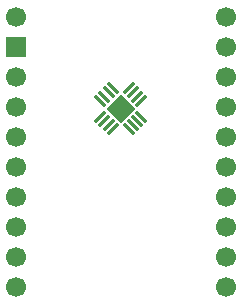
<source format=gts>
G04 #@! TF.GenerationSoftware,KiCad,Pcbnew,9.0.6*
G04 #@! TF.CreationDate,2026-01-02T14:07:03-06:00*
G04 #@! TF.ProjectId,QFN-16_3x3,51464e2d-3136-45f3-9378-332e6b696361,rev?*
G04 #@! TF.SameCoordinates,Original*
G04 #@! TF.FileFunction,Soldermask,Top*
G04 #@! TF.FilePolarity,Negative*
%FSLAX46Y46*%
G04 Gerber Fmt 4.6, Leading zero omitted, Abs format (unit mm)*
G04 Created by KiCad (PCBNEW 9.0.6) date 2026-01-02 14:07:03*
%MOMM*%
%LPD*%
G01*
G04 APERTURE LIST*
G04 Aperture macros list*
%AMRoundRect*
0 Rectangle with rounded corners*
0 $1 Rounding radius*
0 $2 $3 $4 $5 $6 $7 $8 $9 X,Y pos of 4 corners*
0 Add a 4 corners polygon primitive as box body*
4,1,4,$2,$3,$4,$5,$6,$7,$8,$9,$2,$3,0*
0 Add four circle primitives for the rounded corners*
1,1,$1+$1,$2,$3*
1,1,$1+$1,$4,$5*
1,1,$1+$1,$6,$7*
1,1,$1+$1,$8,$9*
0 Add four rect primitives between the rounded corners*
20,1,$1+$1,$2,$3,$4,$5,0*
20,1,$1+$1,$4,$5,$6,$7,0*
20,1,$1+$1,$6,$7,$8,$9,0*
20,1,$1+$1,$8,$9,$2,$3,0*%
%AMRotRect*
0 Rectangle, with rotation*
0 The origin of the aperture is its center*
0 $1 length*
0 $2 width*
0 $3 Rotation angle, in degrees counterclockwise*
0 Add horizontal line*
21,1,$1,$2,0,0,$3*%
G04 Aperture macros list end*
%ADD10RoundRect,0.062500X-0.437522X0.349134X0.349134X-0.437522X0.437522X-0.349134X-0.349134X0.437522X0*%
%ADD11RoundRect,0.062500X-0.437522X-0.349134X-0.349134X-0.437522X0.437522X0.349134X0.349134X0.437522X0*%
%ADD12RotRect,1.700000X1.700000X315.000000*%
%ADD13C,1.700000*%
%ADD14R,1.700000X1.700000*%
G04 APERTURE END LIST*
D10*
X130126581Y-115278885D03*
X129773028Y-115632439D03*
X129419475Y-115985992D03*
X129065921Y-116339545D03*
D11*
X129065921Y-117706383D03*
X129419475Y-118059936D03*
X129773028Y-118413489D03*
X130126581Y-118767043D03*
D10*
X131493419Y-118767043D03*
X131846972Y-118413489D03*
X132200525Y-118059936D03*
X132554079Y-117706383D03*
D11*
X132554079Y-116339545D03*
X132200525Y-115985992D03*
X131846972Y-115632439D03*
X131493419Y-115278885D03*
D12*
X130810000Y-117022964D03*
D13*
X121920000Y-109220000D03*
D14*
X121920000Y-111760000D03*
D13*
X121920000Y-114299999D03*
X121920000Y-116840000D03*
X121920000Y-119380000D03*
X121920000Y-121920000D03*
X121920000Y-124460000D03*
X121920000Y-127000001D03*
X121920000Y-129540000D03*
X121920000Y-132080000D03*
X139700000Y-109220001D03*
X139700000Y-111760001D03*
X139700000Y-114300001D03*
X139700000Y-116840001D03*
X139700000Y-119380001D03*
X139700000Y-121920001D03*
X139700000Y-124460001D03*
X139700000Y-127000001D03*
X139700000Y-129540001D03*
X139700000Y-132080001D03*
M02*

</source>
